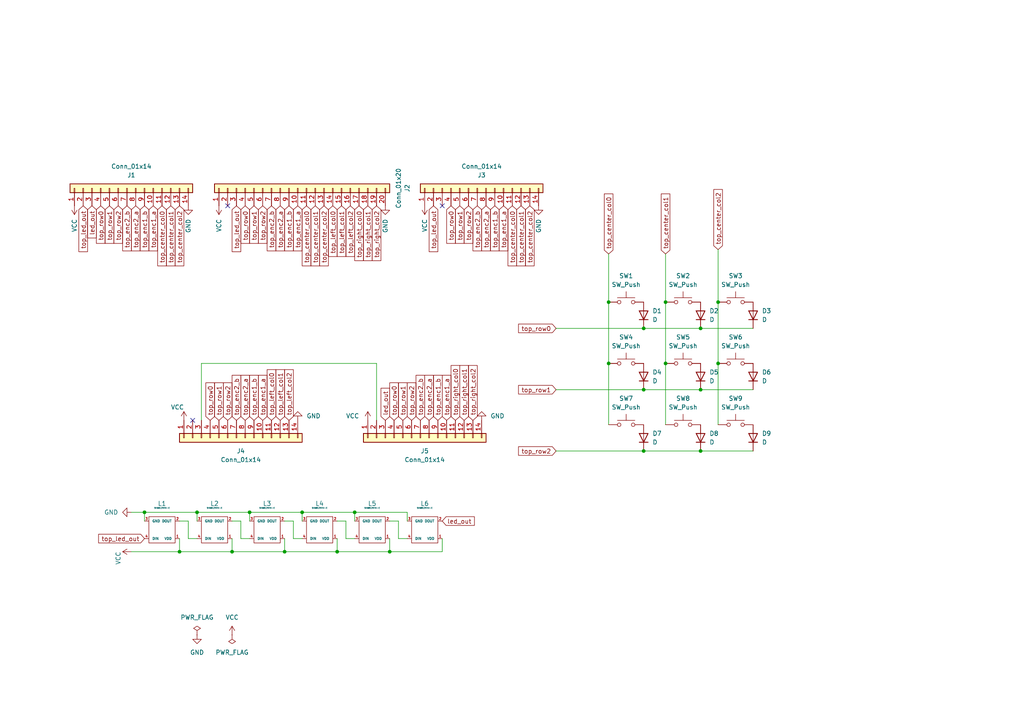
<source format=kicad_sch>
(kicad_sch (version 20211123) (generator eeschema)
  (paper "A4")
  (lib_symbols
    (symbol "Connector_Generic:Conn_01x14" (pin_names (offset 1.016) hide)
      (property "Reference" "J" (at 0 17.78 0))
      (property "Value" "Conn_01x14" (at 0 -20.32 0))
      (symbol "Conn_01x14_1_1"
        (rectangle (start -1.27 -17.653) (end 0 -17.907) (stroke (width 0.1524)))
        (rectangle (start -1.27 -15.113) (end 0 -15.367) (stroke (width 0.1524)))
        (rectangle (start -1.27 -12.573) (end 0 -12.827) (stroke (width 0.1524)))
        (rectangle (start -1.27 -10.033) (end 0 -10.287) (stroke (width 0.1524)))
        (rectangle (start -1.27 -7.493) (end 0 -7.747) (stroke (width 0.1524)))
        (rectangle (start -1.27 -4.953) (end 0 -5.207) (stroke (width 0.1524)))
        (rectangle (start -1.27 -2.413) (end 0 -2.667) (stroke (width 0.1524)))
        (rectangle (start -1.27 0.127) (end 0 -0.127) (stroke (width 0.1524)))
        (rectangle (start -1.27 2.667) (end 0 2.413) (stroke (width 0.1524)))
        (rectangle (start -1.27 5.207) (end 0 4.953) (stroke (width 0.1524)))
        (rectangle (start -1.27 7.747) (end 0 7.493) (stroke (width 0.1524)))
        (rectangle (start -1.27 10.287) (end 0 10.033) (stroke (width 0.1524)))
        (rectangle (start -1.27 12.827) (end 0 12.573) (stroke (width 0.1524)))
        (rectangle (start -1.27 15.367) (end 0 15.113) (stroke (width 0.1524)))
        (rectangle (start -1.27 16.51) (end 1.27 -19.05) (stroke (width 0.254)) (fill (type background)))
        (pin passive line (at -5.08 15.24 0) (length 3.81) (name "Pin_1") (number "1"))
        (pin passive line (at -5.08 -7.62 0) (length 3.81) (name "Pin_10") (number "10"))
        (pin passive line (at -5.08 -10.16 0) (length 3.81) (name "Pin_11") (number "11"))
        (pin passive line (at -5.08 -12.7 0) (length 3.81) (name "Pin_12") (number "12"))
        (pin passive line (at -5.08 -15.24 0) (length 3.81) (name "Pin_13") (number "13"))
        (pin passive line (at -5.08 -17.78 0) (length 3.81) (name "Pin_14") (number "14"))
        (pin passive line (at -5.08 12.7 0) (length 3.81) (name "Pin_2") (number "2"))
        (pin passive line (at -5.08 10.16 0) (length 3.81) (name "Pin_3") (number "3"))
        (pin passive line (at -5.08 7.62 0) (length 3.81) (name "Pin_4") (number "4"))
        (pin passive line (at -5.08 5.08 0) (length 3.81) (name "Pin_5") (number "5"))
        (pin passive line (at -5.08 2.54 0) (length 3.81) (name "Pin_6") (number "6"))
        (pin passive line (at -5.08 0 0) (length 3.81) (name "Pin_7") (number "7"))
        (pin passive line (at -5.08 -2.54 0) (length 3.81) (name "Pin_8") (number "8"))
        (pin passive line (at -5.08 -5.08 0) (length 3.81) (name "Pin_9") (number "9"))
      )
    )
    (symbol "Connector_Generic:Conn_01x20" (pin_names (offset 1.016) hide)
      (property "Reference" "J" (at 0 25.4 0))
      (property "Value" "Conn_01x20" (at 0 -27.94 0))
      (symbol "Conn_01x20_1_1"
        (rectangle (start -1.27 -25.273) (end 0 -25.527) (stroke (width 0.1524)))
        (rectangle (start -1.27 -22.733) (end 0 -22.987) (stroke (width 0.1524)))
        (rectangle (start -1.27 -20.193) (end 0 -20.447) (stroke (width 0.1524)))
        (rectangle (start -1.27 -17.653) (end 0 -17.907) (stroke (width 0.1524)))
        (rectangle (start -1.27 -15.113) (end 0 -15.367) (stroke (width 0.1524)))
        (rectangle (start -1.27 -12.573) (end 0 -12.827) (stroke (width 0.1524)))
        (rectangle (start -1.27 -10.033) (end 0 -10.287) (stroke (width 0.1524)))
        (rectangle (start -1.27 -7.493) (end 0 -7.747) (stroke (width 0.1524)))
        (rectangle (start -1.27 -4.953) (end 0 -5.207) (stroke (width 0.1524)))
        (rectangle (start -1.27 -2.413) (end 0 -2.667) (stroke (width 0.1524)))
        (rectangle (start -1.27 0.127) (end 0 -0.127) (stroke (width 0.1524)))
        (rectangle (start -1.27 2.667) (end 0 2.413) (stroke (width 0.1524)))
        (rectangle (start -1.27 5.207) (end 0 4.953) (stroke (width 0.1524)))
        (rectangle (start -1.27 7.747) (end 0 7.493) (stroke (width 0.1524)))
        (rectangle (start -1.27 10.287) (end 0 10.033) (stroke (width 0.1524)))
        (rectangle (start -1.27 12.827) (end 0 12.573) (stroke (width 0.1524)))
        (rectangle (start -1.27 15.367) (end 0 15.113) (stroke (width 0.1524)))
        (rectangle (start -1.27 17.907) (end 0 17.653) (stroke (width 0.1524)))
        (rectangle (start -1.27 20.447) (end 0 20.193) (stroke (width 0.1524)))
        (rectangle (start -1.27 22.987) (end 0 22.733) (stroke (width 0.1524)))
        (rectangle (start -1.27 24.13) (end 1.27 -26.67) (stroke (width 0.254)) (fill (type background)))
        (pin passive line (at -5.08 22.86 0) (length 3.81) (name "Pin_1") (number "1"))
        (pin passive line (at -5.08 0 0) (length 3.81) (name "Pin_10") (number "10"))
        (pin passive line (at -5.08 -2.54 0) (length 3.81) (name "Pin_11") (number "11"))
        (pin passive line (at -5.08 -5.08 0) (length 3.81) (name "Pin_12") (number "12"))
        (pin passive line (at -5.08 -7.62 0) (length 3.81) (name "Pin_13") (number "13"))
        (pin passive line (at -5.08 -10.16 0) (length 3.81) (name "Pin_14") (number "14"))
        (pin passive line (at -5.08 -12.7 0) (length 3.81) (name "Pin_15") (number "15"))
        (pin passive line (at -5.08 -15.24 0) (length 3.81) (name "Pin_16") (number "16"))
        (pin passive line (at -5.08 -17.78 0) (length 3.81) (name "Pin_17") (number "17"))
        (pin passive line (at -5.08 -20.32 0) (length 3.81) (name "Pin_18") (number "18"))
        (pin passive line (at -5.08 -22.86 0) (length 3.81) (name "Pin_19") (number "19"))
        (pin passive line (at -5.08 20.32 0) (length 3.81) (name "Pin_2") (number "2"))
        (pin passive line (at -5.08 -25.4 0) (length 3.81) (name "Pin_20") (number "20"))
        (pin passive line (at -5.08 17.78 0) (length 3.81) (name "Pin_3") (number "3"))
        (pin passive line (at -5.08 15.24 0) (length 3.81) (name "Pin_4") (number "4"))
        (pin passive line (at -5.08 12.7 0) (length 3.81) (name "Pin_5") (number "5"))
        (pin passive line (at -5.08 10.16 0) (length 3.81) (name "Pin_6") (number "6"))
        (pin passive line (at -5.08 7.62 0) (length 3.81) (name "Pin_7") (number "7"))
        (pin passive line (at -5.08 5.08 0) (length 3.81) (name "Pin_8") (number "8"))
        (pin passive line (at -5.08 2.54 0) (length 3.81) (name "Pin_9") (number "9"))
      )
    )
    (symbol "Device:D" (pin_numbers hide) (pin_names (offset 1.016) hide)
      (property "Reference" "D" (at 0 2.54 0))
      (property "Value" "D" (at 0 -2.54 0))
      (symbol "D_0_1"
        (polyline (pts (xy -1.27 1.27) (xy -1.27 -1.27)) (stroke (width 0.254)))
        (polyline (pts (xy 1.27 0) (xy -1.27 0)))
        (polyline (pts (xy 1.27 1.27) (xy 1.27 -1.27) (xy -1.27 0) (xy 1.27 1.27)) (stroke (width 0.254)))
      )
      (symbol "D_1_1"
        (pin passive line (at -3.81 0 0) (length 2.54) (name "K") (number "1"))
        (pin passive line (at 3.81 0 180) (length 2.54) (name "A") (number "2"))
      )
    )
    (symbol "Switch:SW_Push" (pin_numbers hide) (pin_names (offset 1.016) hide)
      (property "Reference" "SW" (at 1.27 2.54 0))
      (property "Value" "SW_Push" (at 0 -1.524 0))
      (symbol "SW_Push_0_1"
        (circle (center -2.032 0) (radius 0.508))
        (polyline (pts (xy 0 1.27) (xy 0 3.048)))
        (polyline (pts (xy 2.54 1.27) (xy -2.54 1.27)))
        (circle (center 2.032 0) (radius 0.508))
        (pin passive line (at -5.08 0 0) (length 2.54) (name "1") (number "1"))
        (pin passive line (at 5.08 0 180) (length 2.54) (name "2") (number "2"))
      )
    )
    (symbol "mikamo3:SK6812MINI-E" (pin_names (offset 1.016))
      (property "Reference" "L" (at 0 0 0))
      (property "Value" "SK6812MINI-E" (at 0 -1.27 0))
      (symbol "SK6812MINI-E_0_1"
        (rectangle (start -3.81 3.81) (end 3.81 -3.81))
      )
      (symbol "SK6812MINI-E_1_1"
        (pin power_in line (at -5.08 2.54 0) (length 1.1938) (name "VDD") (number "1"))
        (pin output line (at -5.08 -2.54 0) (length 1.1938) (name "DOUT") (number "2"))
        (pin power_in line (at 5.08 -2.54 180) (length 1.1938) (name "GND") (number "3"))
        (pin input line (at 5.08 2.54 180) (length 1.1938) (name "DIN") (number "4"))
      )
    )
    (symbol "power:GND" (power) (pin_names (offset 0))
      (property "Value" "GND" (at 0 -3.81 0))
      (symbol "GND_0_1"
        (polyline (pts (xy 0 0) (xy 0 -1.27) (xy 1.27 -1.27) (xy 0 -2.54) (xy -1.27 -1.27) (xy 0 -1.27)))
      )
      (symbol "GND_1_1"
        (pin power_in line (at 0 0 270) (length 0) hide (name "GND") (number "1"))
      )
    )
    (symbol "power:PWR_FLAG" (power) (pin_numbers hide) (pin_names (offset 0) hide)
      (property "Value" "PWR_FLAG" (at 0 3.81 0))
      (symbol "PWR_FLAG_0_0"
        (pin power_out line (at 0 0 90) (length 0) (name "pwr") (number "1"))
      )
      (symbol "PWR_FLAG_0_1"
        (polyline (pts (xy 0 0) (xy 0 1.27) (xy -1.016 1.905) (xy 0 2.54) (xy 1.016 1.905) (xy 0 1.27)))
      )
    )
    (symbol "power:VCC" (power) (pin_names (offset 0))
      (property "Value" "VCC" (at 0 3.81 0))
      (symbol "VCC_0_1"
        (polyline (pts (xy -0.762 1.27) (xy 0 2.54)))
        (polyline (pts (xy 0 0) (xy 0 2.54)))
        (polyline (pts (xy 0 2.54) (xy 0.762 1.27)))
      )
      (symbol "VCC_1_1"
        (pin power_in line (at 0 0 90) (length 0) hide (name "VCC") (number "1"))
      )
    )
  )
  (junction (at 176.53 105.41))
  (junction (at 208.28 87.63))
  (junction (at 203.2 130.81))
  (junction (at 57.15 148.59))
  (junction (at 176.53 87.63))
  (junction (at 102.87 148.59))
  (junction (at 113.03 160.02))
  (junction (at 87.63 148.59))
  (junction (at 186.69 95.25))
  (junction (at 67.31 160.02))
  (junction (at 203.2 95.25))
  (junction (at 41.91 148.59))
  (junction (at 97.79 160.02))
  (junction (at 186.69 113.03))
  (junction (at 72.39 148.59))
  (junction (at 193.04 87.63))
  (junction (at 203.2 113.03))
  (junction (at 186.69 130.81))
  (junction (at 193.04 105.41))
  (junction (at 82.55 160.02))
  (junction (at 208.28 105.41))
  (junction (at 52.07 160.02))
  (no_connect (at 66.04 59.69))
  (no_connect (at 55.88 121.92))
  (no_connect (at 128.27 59.69))
  (wire (pts (xy 203.2 113.03) (xy 218.44 113.03)))
  (wire (pts (xy 161.29 130.81) (xy 186.69 130.81)))
  (wire (pts (xy 102.87 148.59) (xy 118.11 148.59)))
  (wire (pts (xy 52.07 156.21) (xy 52.07 160.02)))
  (wire (pts (xy 72.39 148.59) (xy 87.63 148.59)))
  (wire (pts (xy 82.55 160.02) (xy 97.79 160.02)))
  (wire (pts (xy 38.1 160.02) (xy 52.07 160.02)))
  (wire (pts (xy 161.29 95.25) (xy 186.69 95.25)))
  (wire (pts (xy 203.2 130.81) (xy 218.44 130.81)))
  (wire (pts (xy 87.63 148.59) (xy 102.87 148.59)))
  (wire (pts (xy 100.33 151.13) (xy 100.33 156.21)))
  (wire (pts (xy 82.55 156.21) (xy 82.55 160.02)))
  (wire (pts (xy 85.09 151.13) (xy 85.09 156.21)))
  (wire (pts (xy 54.61 151.13) (xy 54.61 156.21)))
  (wire (pts (xy 85.09 156.21) (xy 87.63 156.21)))
  (wire (pts (xy 67.31 156.21) (xy 67.31 160.02)))
  (wire (pts (xy 67.31 160.02) (xy 82.55 160.02)))
  (wire (pts (xy 52.07 160.02) (xy 67.31 160.02)))
  (wire (pts (xy 57.15 148.59) (xy 72.39 148.59)))
  (wire (pts (xy 97.79 151.13) (xy 100.33 151.13)))
  (wire (pts (xy 41.91 148.59) (xy 57.15 148.59)))
  (wire (pts (xy 69.85 156.21) (xy 72.39 156.21)))
  (wire (pts (xy 208.28 87.63) (xy 208.28 105.41)))
  (wire (pts (xy 208.28 72.39) (xy 208.28 87.63)))
  (wire (pts (xy 69.85 151.13) (xy 69.85 156.21)))
  (wire (pts (xy 38.1 148.59) (xy 41.91 148.59)))
  (wire (pts (xy 109.22 105.41) (xy 109.22 121.92)))
  (wire (pts (xy 186.69 95.25) (xy 203.2 95.25)))
  (wire (pts (xy 97.79 160.02) (xy 113.03 160.02)))
  (wire (pts (xy 113.03 156.21) (xy 113.03 160.02)))
  (wire (pts (xy 115.57 151.13) (xy 115.57 156.21)))
  (wire (pts (xy 161.29 113.03) (xy 186.69 113.03)))
  (wire (pts (xy 58.42 105.41) (xy 58.42 121.92)))
  (wire (pts (xy 113.03 151.13) (xy 115.57 151.13)))
  (wire (pts (xy 176.53 73.66) (xy 176.53 87.63)))
  (wire (pts (xy 97.79 156.21) (xy 97.79 160.02)))
  (wire (pts (xy 113.03 160.02) (xy 128.27 160.02)))
  (wire (pts (xy 186.69 113.03) (xy 203.2 113.03)))
  (wire (pts (xy 67.31 151.13) (xy 69.85 151.13)))
  (wire (pts (xy 41.91 148.59) (xy 41.91 151.13)))
  (wire (pts (xy 109.22 105.41) (xy 58.42 105.41)))
  (wire (pts (xy 82.55 151.13) (xy 85.09 151.13)))
  (wire (pts (xy 57.15 148.59) (xy 57.15 151.13)))
  (wire (pts (xy 176.53 105.41) (xy 176.53 123.19)))
  (wire (pts (xy 176.53 87.63) (xy 176.53 105.41)))
  (wire (pts (xy 102.87 148.59) (xy 102.87 151.13)))
  (wire (pts (xy 203.2 95.25) (xy 218.44 95.25)))
  (wire (pts (xy 100.33 156.21) (xy 102.87 156.21)))
  (wire (pts (xy 87.63 148.59) (xy 87.63 151.13)))
  (wire (pts (xy 115.57 156.21) (xy 118.11 156.21)))
  (wire (pts (xy 193.04 73.66) (xy 193.04 87.63)))
  (wire (pts (xy 52.07 151.13) (xy 54.61 151.13)))
  (wire (pts (xy 186.69 130.81) (xy 203.2 130.81)))
  (wire (pts (xy 193.04 105.41) (xy 193.04 123.19)))
  (wire (pts (xy 193.04 87.63) (xy 193.04 105.41)))
  (wire (pts (xy 118.11 151.13) (xy 118.11 148.59)))
  (wire (pts (xy 208.28 105.41) (xy 208.28 123.19)))
  (wire (pts (xy 54.61 156.21) (xy 57.15 156.21)))
  (wire (pts (xy 72.39 148.59) (xy 72.39 151.13)))
  (wire (pts (xy 128.27 156.21) (xy 128.27 160.02)))
  (global_label "top_left_col0" (shape input) (at 78.74 121.92 90) (property "シート間のリファレンス" "${INTERSHEET_REFS}" (effects hide)))
  (global_label "top_row1" (shape input) (at 116.84 121.92 90) (property "シート間のリファレンス" "${INTERSHEET_REFS}" (effects hide)))
  (global_label "top_enc1_a" (shape input) (at 86.36 59.69 270) (property "シート間のリファレンス" "${INTERSHEET_REFS}" (effects hide)))
  (global_label "top_row0" (shape input) (at 29.21 59.69 270) (property "シート間のリファレンス" "${INTERSHEET_REFS}" (effects hide)))
  (global_label "top_enc1_a" (shape input) (at 146.05 59.69 270) (property "シート間のリファレンス" "${INTERSHEET_REFS}" (effects hide)))
  (global_label "top_enc2_b" (shape input) (at 121.92 121.92 90) (property "シート間のリファレンス" "${INTERSHEET_REFS}" (effects hide)))
  (global_label "top_right_col1" (shape input) (at 106.68 59.69 270) (property "シート間のリファレンス" "${INTERSHEET_REFS}" (effects hide)))
  (global_label "top_row2" (shape input) (at 161.29 130.81 180) (property "シート間のリファレンス" "${INTERSHEET_REFS}" (effects hide)))
  (global_label "top_enc1_b" (shape input) (at 41.91 59.69 270) (property "シート間のリファレンス" "${INTERSHEET_REFS}" (effects hide)))
  (global_label "led_out" (shape input) (at 26.67 59.69 270) (property "シート間のリファレンス" "${INTERSHEET_REFS}" (effects hide)))
  (global_label "top_enc1_a" (shape input) (at 129.54 121.92 90) (property "シート間のリファレンス" "${INTERSHEET_REFS}" (effects hide)))
  (global_label "top_row0" (shape input) (at 114.3 121.92 90) (property "シート間のリファレンス" "${INTERSHEET_REFS}" (effects hide)))
  (global_label "top_enc2_a" (shape input) (at 71.12 121.92 90) (property "シート間のリファレンス" "${INTERSHEET_REFS}" (effects hide)))
  (global_label "top_right_col2" (shape input) (at 137.16 121.92 90) (property "シート間のリファレンス" "${INTERSHEET_REFS}" (effects hide)))
  (global_label "top_row0" (shape input) (at 161.29 95.25 180) (property "シート間のリファレンス" "${INTERSHEET_REFS}" (effects hide)))
  (global_label "top_center_col0" (shape input) (at 148.59 59.69 270) (property "シート間のリファレンス" "${INTERSHEET_REFS}" (effects hide)))
  (global_label "top_row1" (shape input) (at 161.29 113.03 180) (property "シート間のリファレンス" "${INTERSHEET_REFS}" (effects hide)))
  (global_label "top_enc1_b" (shape input) (at 143.51 59.69 270) (property "シート間のリファレンス" "${INTERSHEET_REFS}" (effects hide)))
  (global_label "top_right_col0" (shape input) (at 104.14 59.69 270) (property "シート間のリファレンス" "${INTERSHEET_REFS}" (effects hide)))
  (global_label "top_enc1_a" (shape input) (at 44.45 59.69 270) (property "シート間のリファレンス" "${INTERSHEET_REFS}" (effects hide)))
  (global_label "top_center_col1" (shape input) (at 151.13 59.69 270) (property "シート間のリファレンス" "${INTERSHEET_REFS}" (effects hide)))
  (global_label "top_row2" (shape input) (at 135.89 59.69 270) (property "シート間のリファレンス" "${INTERSHEET_REFS}" (effects hide)))
  (global_label "top_center_col1" (shape input) (at 91.44 59.69 270) (property "シート間のリファレンス" "${INTERSHEET_REFS}" (effects hide)))
  (global_label "top_center_col2" (shape input) (at 153.67 59.69 270) (property "シート間のリファレンス" "${INTERSHEET_REFS}" (effects hide)))
  (global_label "top_row2" (shape input) (at 66.04 121.92 90) (property "シート間のリファレンス" "${INTERSHEET_REFS}" (effects hide)))
  (global_label "led_out" (shape input) (at 128.27 151.13 0) (property "シート間のリファレンス" "${INTERSHEET_REFS}" (effects hide)))
  (global_label "top_row0" (shape input) (at 60.96 121.92 90) (property "シート間のリファレンス" "${INTERSHEET_REFS}" (effects hide)))
  (global_label "top_row1" (shape input) (at 73.66 59.69 270) (property "シート間のリファレンス" "${INTERSHEET_REFS}" (effects hide)))
  (global_label "top_row0" (shape input) (at 71.12 59.69 270) (property "シート間のリファレンス" "${INTERSHEET_REFS}" (effects hide)))
  (global_label "top_left_col1" (shape input) (at 99.06 59.69 270) (property "シート間のリファレンス" "${INTERSHEET_REFS}" (effects hide)))
  (global_label "top_left_col1" (shape input) (at 81.28 121.92 90) (property "シート間のリファレンス" "${INTERSHEET_REFS}" (effects hide)))
  (global_label "top_enc1_b" (shape input) (at 83.82 59.69 270) (property "シート間のリファレンス" "${INTERSHEET_REFS}" (effects hide)))
  (global_label "top_center_col2" (shape input) (at 52.07 59.69 270) (property "シート間のリファレンス" "${INTERSHEET_REFS}" (effects hide)))
  (global_label "top_row1" (shape input) (at 63.5 121.92 90) (property "シート間のリファレンス" "${INTERSHEET_REFS}" (effects hide)))
  (global_label "top_left_col0" (shape input) (at 96.52 59.69 270) (property "シート間のリファレンス" "${INTERSHEET_REFS}" (effects hide)))
  (global_label "top_enc2_a" (shape input) (at 140.97 59.69 270) (property "シート間のリファレンス" "${INTERSHEET_REFS}" (effects hide)))
  (global_label "top_enc1_b" (shape input) (at 73.66 121.92 90) (property "シート間のリファレンス" "${INTERSHEET_REFS}" (effects hide)))
  (global_label "top_center_col1" (shape input) (at 49.53 59.69 270) (property "シート間のリファレンス" "${INTERSHEET_REFS}" (effects hide)))
  (global_label "top_right_col0" (shape input) (at 132.08 121.92 90) (property "シート間のリファレンス" "${INTERSHEET_REFS}" (effects hide)))
  (global_label "top_led_out" (shape input) (at 24.13 59.69 270) (property "シート間のリファレンス" "${INTERSHEET_REFS}" (effects hide)))
  (global_label "top_enc2_a" (shape input) (at 81.28 59.69 270) (property "シート間のリファレンス" "${INTERSHEET_REFS}" (effects hide)))
  (global_label "top_enc2_b" (shape input) (at 138.43 59.69 270) (property "シート間のリファレンス" "${INTERSHEET_REFS}" (effects hide)))
  (global_label "top_center_col2" (shape input) (at 93.98 59.69 270) (property "シート間のリファレンス" "${INTERSHEET_REFS}" (effects hide)))
  (global_label "top_center_col2" (shape input) (at 208.28 72.39 90) (property "シート間のリファレンス" "${INTERSHEET_REFS}" (effects hide)))
  (global_label "top_enc2_a" (shape input) (at 39.37 59.69 270) (property "シート間のリファレンス" "${INTERSHEET_REFS}" (effects hide)))
  (global_label "top_row1" (shape input) (at 133.35 59.69 270) (property "シート間のリファレンス" "${INTERSHEET_REFS}" (effects hide)))
  (global_label "top_enc2_b" (shape input) (at 78.74 59.69 270) (property "シート間のリファレンス" "${INTERSHEET_REFS}" (effects hide)))
  (global_label "top_enc1_a" (shape input) (at 76.2 121.92 90) (property "シート間のリファレンス" "${INTERSHEET_REFS}" (effects hide)))
  (global_label "top_right_col2" (shape input) (at 109.22 59.69 270) (property "シート間のリファレンス" "${INTERSHEET_REFS}" (effects hide)))
  (global_label "top_led_out" (shape input) (at 68.58 59.69 270) (property "シート間のリファレンス" "${INTERSHEET_REFS}" (effects hide)))
  (global_label "top_center_col0" (shape input) (at 88.9 59.69 270) (property "シート間のリファレンス" "${INTERSHEET_REFS}" (effects hide)))
  (global_label "top_led_out" (shape input) (at 41.91 156.21 180) (property "シート間のリファレンス" "${INTERSHEET_REFS}" (effects hide)))
  (global_label "top_row0" (shape input) (at 130.81 59.69 270) (property "シート間のリファレンス" "${INTERSHEET_REFS}" (effects hide)))
  (global_label "top_row2" (shape input) (at 119.38 121.92 90) (property "シート間のリファレンス" "${INTERSHEET_REFS}" (effects hide)))
  (global_label "top_enc2_b" (shape input) (at 36.83 59.69 270) (property "シート間のリファレンス" "${INTERSHEET_REFS}" (effects hide)))
  (global_label "top_enc2_b" (shape input) (at 68.58 121.92 90) (property "シート間のリファレンス" "${INTERSHEET_REFS}" (effects hide)))
  (global_label "top_center_col0" (shape input) (at 46.99 59.69 270) (property "シート間のリファレンス" "${INTERSHEET_REFS}" (effects hide)))
  (global_label "top_led_out" (shape input) (at 125.73 59.69 270) (property "シート間のリファレンス" "${INTERSHEET_REFS}" (effects hide)))
  (global_label "top_center_col0" (shape input) (at 176.53 73.66 90) (property "シート間のリファレンス" "${INTERSHEET_REFS}" (effects hide)))
  (global_label "top_row1" (shape input) (at 31.75 59.69 270) (property "シート間のリファレンス" "${INTERSHEET_REFS}" (effects hide)))
  (global_label "top_right_col1" (shape input) (at 134.62 121.92 90) (property "シート間のリファレンス" "${INTERSHEET_REFS}" (effects hide)))
  (global_label "top_left_col2" (shape input) (at 83.82 121.92 90) (property "シート間のリファレンス" "${INTERSHEET_REFS}" (effects hide)))
  (global_label "led_out" (shape input) (at 111.76 121.92 90) (property "シート間のリファレンス" "${INTERSHEET_REFS}" (effects hide)))
  (global_label "top_center_col1" (shape input) (at 193.04 73.66 90) (property "シート間のリファレンス" "${INTERSHEET_REFS}" (effects hide)))
  (global_label "top_left_col2" (shape input) (at 101.6 59.69 270) (property "シート間のリファレンス" "${INTERSHEET_REFS}" (effects hide)))
  (global_label "top_enc2_a" (shape input) (at 124.46 121.92 90) (property "シート間のリファレンス" "${INTERSHEET_REFS}" (effects hide)))
  (global_label "top_row2" (shape input) (at 34.29 59.69 270) (property "シート間のリファレンス" "${INTERSHEET_REFS}" (effects hide)))
  (global_label "top_enc1_b" (shape input) (at 127 121.92 90) (property "シート間のリファレンス" "${INTERSHEET_REFS}" (effects hide)))
  (global_label "top_row2" (shape input) (at 76.2 59.69 270) (property "シート間のリファレンス" "${INTERSHEET_REFS}" (effects hide)))
  (symbol (lib_id "power:GND") (at 57.15 184.15 0) (unit 1)
    (property "Reference" "#PWR013" (effects hide))
    (property "Value" "GND" (at 57.15 189.23 0))
  )
  (symbol (lib_id "Switch:SW_Push") (at 213.36 105.41 0) (unit 1)
    (property "Reference" "SW6" (at 213.36 97.79 0))
    (property "Value" "SW_Push" (at 213.36 100.33 0))
    (property "Footprint" "mikamo3:CherryMX_Hotswap_1u" (effects hide))
  )
  (symbol (lib_id "mikamo3:SK6812MINI-E") (at 62.23 153.67 180) (unit 1)
    (property "Reference" "L2" (at 62.23 146.05 0) (effects (font (size 1.2954 1.2954))))
    (property "Value" "SK6812MINI-E" (at 62.23 147.32 0) (effects (font (size 0.4064 0.4064))))
    (property "Footprint" "mikamo3:YS-SK6812MINI-E" (effects hide))
  )
  (symbol (lib_id "power:GND") (at 139.7 121.92 180) (unit 1)
    (property "Reference" "#PWR010" (effects hide))
    (property "Value" "GND" (at 142.24 120.6499 0) (effects (justify right)))
  )
  (symbol (lib_id "Switch:SW_Push") (at 181.61 105.41 0) (unit 1)
    (property "Reference" "SW4" (at 181.61 97.79 0))
    (property "Value" "SW_Push" (at 181.61 100.33 0))
    (property "Footprint" "mikamo3:CherryMX_Hotswap_1u" (effects hide))
  )
  (symbol (lib_id "power:VCC") (at 123.19 59.69 180) (unit 1)
    (property "Reference" "#PWR05" (effects hide))
    (property "Value" "VCC" (at 123.1899 63.5 90) (effects (justify left)))
  )
  (symbol (lib_id "power:VCC") (at 53.34 121.92 0) (unit 1)
    (property "Reference" "#PWR07" (effects hide))
    (property "Value" "VCC" (at 49.53 118.11 0) (effects (justify left)))
  )
  (symbol (lib_id "mikamo3:SK6812MINI-E") (at 107.95 153.67 180) (unit 1)
    (property "Reference" "L5" (at 107.95 146.05 0) (effects (font (size 1.2954 1.2954))))
    (property "Value" "SK6812MINI-E" (at 107.95 147.32 0) (effects (font (size 0.4064 0.4064))))
    (property "Footprint" "mikamo3:YS-SK6812MINI-E" (effects hide))
  )
  (symbol (lib_id "Switch:SW_Push") (at 198.12 87.63 0) (unit 1)
    (property "Reference" "SW2" (at 198.12 80.01 0))
    (property "Value" "SW_Push" (at 198.12 82.55 0))
    (property "Footprint" "mikamo3:CherryMX_Hotswap_1u" (effects hide))
  )
  (symbol (lib_id "Device:D") (at 186.69 127 90) (unit 1)
    (property "Reference" "D7" (at 189.23 125.7299 90) (effects (justify right)))
    (property "Value" "D" (at 189.23 128.2699 90) (effects (justify right)))
    (property "Footprint" "Diode_SMD:D_SOD-123" (effects hide))
  )
  (symbol (lib_id "Connector_Generic:Conn_01x20") (at 86.36 54.61 90) (unit 1)
    (property "Reference" "J2" (at 118.11 54.61 0))
    (property "Value" "Conn_01x20" (at 115.57 54.61 0))
    (property "Footprint" "Connector_PinSocket_2.54mm:PinSocket_2x10_P2.54mm_Horizontal" (effects hide))
  )
  (symbol (lib_id "Switch:SW_Push") (at 198.12 123.19 0) (unit 1)
    (property "Reference" "SW8" (at 198.12 115.57 0))
    (property "Value" "SW_Push" (at 198.12 118.11 0))
    (property "Footprint" "mikamo3:CherryMX_Hotswap_1u" (effects hide))
  )
  (symbol (lib_id "Device:D") (at 203.2 91.44 90) (unit 1)
    (property "Reference" "D2" (at 205.74 90.1699 90) (effects (justify right)))
    (property "Value" "D" (at 205.74 92.7099 90) (effects (justify right)))
    (property "Footprint" "Diode_SMD:D_SOD-123" (effects hide))
  )
  (symbol (lib_id "power:VCC") (at 21.59 59.69 180) (unit 1)
    (property "Reference" "#PWR01" (effects hide))
    (property "Value" "VCC" (at 21.5899 63.5 90) (effects (justify left)))
  )
  (symbol (lib_id "Device:D") (at 218.44 109.22 90) (unit 1)
    (property "Reference" "D6" (at 220.98 107.9499 90) (effects (justify right)))
    (property "Value" "D" (at 220.98 110.4899 90) (effects (justify right)))
    (property "Footprint" "Diode_SMD:D_SOD-123" (effects hide))
  )
  (symbol (lib_id "power:GND") (at 54.61 59.69 0) (unit 1)
    (property "Reference" "#PWR02" (effects hide))
    (property "Value" "GND" (at 54.6099 63.5 90) (effects (justify right)))
  )
  (symbol (lib_id "Switch:SW_Push") (at 213.36 123.19 0) (unit 1)
    (property "Reference" "SW9" (at 213.36 115.57 0))
    (property "Value" "SW_Push" (at 213.36 118.11 0))
    (property "Footprint" "mikamo3:CherryMX_Hotswap_1u" (effects hide))
  )
  (symbol (lib_id "Device:D") (at 203.2 127 90) (unit 1)
    (property "Reference" "D8" (at 205.74 125.7299 90) (effects (justify right)))
    (property "Value" "D" (at 205.74 128.2699 90) (effects (justify right)))
    (property "Footprint" "Diode_SMD:D_SOD-123" (effects hide))
  )
  (symbol (lib_id "Device:D") (at 218.44 91.44 90) (unit 1)
    (property "Reference" "D3" (at 220.98 90.1699 90) (effects (justify right)))
    (property "Value" "D" (at 220.98 92.7099 90) (effects (justify right)))
    (property "Footprint" "Diode_SMD:D_SOD-123" (effects hide))
  )
  (symbol (lib_id "power:PWR_FLAG") (at 57.15 184.15 0) (unit 1)
    (property "Reference" "#FLG01" (effects hide))
    (property "Value" "PWR_FLAG" (at 57.15 179.07 0))
  )
  (symbol (lib_id "mikamo3:SK6812MINI-E") (at 46.99 153.67 180) (unit 1)
    (property "Reference" "L1" (at 46.99 146.05 0) (effects (font (size 1.2954 1.2954))))
    (property "Value" "SK6812MINI-E" (at 46.99 147.32 0) (effects (font (size 0.4064 0.4064))))
    (property "Footprint" "mikamo3:YS-SK6812MINI-E" (effects hide))
  )
  (symbol (lib_id "Device:D") (at 186.69 109.22 90) (unit 1)
    (property "Reference" "D4" (at 189.23 107.9499 90) (effects (justify right)))
    (property "Value" "D" (at 189.23 110.4899 90) (effects (justify right)))
    (property "Footprint" "Diode_SMD:D_SOD-123" (effects hide))
  )
  (symbol (lib_id "Device:D") (at 218.44 127 90) (unit 1)
    (property "Reference" "D9" (at 220.98 125.7299 90) (effects (justify right)))
    (property "Value" "D" (at 220.98 128.2699 90) (effects (justify right)))
    (property "Footprint" "Diode_SMD:D_SOD-123" (effects hide))
  )
  (symbol (lib_id "Switch:SW_Push") (at 198.12 105.41 0) (unit 1)
    (property "Reference" "SW5" (at 198.12 97.79 0))
    (property "Value" "SW_Push" (at 198.12 100.33 0))
    (property "Footprint" "mikamo3:CherryMX_Hotswap_1u" (effects hide))
  )
  (symbol (lib_id "power:PWR_FLAG") (at 67.31 184.15 180) (unit 1)
    (property "Reference" "#FLG02" (effects hide))
    (property "Value" "PWR_FLAG" (at 67.31 189.23 0))
  )
  (symbol (lib_id "Device:D") (at 186.69 91.44 90) (unit 1)
    (property "Reference" "D1" (at 189.23 90.1699 90) (effects (justify right)))
    (property "Value" "D" (at 189.23 92.7099 90) (effects (justify right)))
    (property "Footprint" "Diode_SMD:D_SOD-123" (effects hide))
  )
  (symbol (lib_id "power:VCC") (at 38.1 160.02 90) (unit 1)
    (property "Reference" "#PWR012" (effects hide))
    (property "Value" "VCC" (at 34.29 163.83 0) (effects (justify left)))
  )
  (symbol (lib_id "power:GND") (at 38.1 148.59 270) (unit 1)
    (property "Reference" "#PWR011" (effects hide))
    (property "Value" "GND" (at 34.29 148.5899 90) (effects (justify right)))
  )
  (symbol (lib_id "mikamo3:SK6812MINI-E") (at 92.71 153.67 180) (unit 1)
    (property "Reference" "L4" (at 92.71 146.05 0) (effects (font (size 1.2954 1.2954))))
    (property "Value" "SK6812MINI-E" (at 92.71 147.32 0) (effects (font (size 0.4064 0.4064))))
    (property "Footprint" "mikamo3:YS-SK6812MINI-E" (effects hide))
  )
  (symbol (lib_id "power:VCC") (at 106.68 121.92 0) (unit 1)
    (property "Reference" "#PWR09" (effects hide))
    (property "Value" "VCC" (at 100.33 120.65 0) (effects (justify left)))
  )
  (symbol (lib_id "power:GND") (at 156.21 59.69 0) (unit 1)
    (property "Reference" "#PWR06" (effects hide))
    (property "Value" "GND" (at 156.2099 63.5 90) (effects (justify right)))
  )
  (symbol (lib_id "power:VCC") (at 67.31 184.15 0) (unit 1)
    (property "Reference" "#PWR014" (effects hide))
    (property "Value" "VCC" (at 67.31 179.07 0))
  )
  (symbol (lib_id "Switch:SW_Push") (at 181.61 87.63 0) (unit 1)
    (property "Reference" "SW1" (at 181.61 80.01 0))
    (property "Value" "SW_Push" (at 181.61 82.55 0))
    (property "Footprint" "mikamo3:CherryMX_Hotswap_1u" (effects hide))
  )
  (symbol (lib_id "power:GND") (at 111.76 59.69 0) (unit 1)
    (property "Reference" "#PWR04" (effects hide))
    (property "Value" "GND" (at 111.7599 63.5 90) (effects (justify right)))
  )
  (symbol (lib_id "Switch:SW_Push") (at 213.36 87.63 0) (unit 1)
    (property "Reference" "SW3" (at 213.36 80.01 0))
    (property "Value" "SW_Push" (at 213.36 82.55 0))
    (property "Footprint" "mikamo3:CherryMX_Hotswap_1u" (effects hide))
  )
  (symbol (lib_id "power:VCC") (at 63.5 59.69 180) (unit 1)
    (property "Reference" "#PWR03" (effects hide))
    (property "Value" "VCC" (at 63.4999 63.5 90) (effects (justify left)))
  )
  (symbol (lib_id "Connector_Generic:Conn_01x14") (at 36.83 54.61 90) (unit 1)
    (property "Reference" "J1" (at 38.1 50.8 90))
    (property "Value" "Conn_01x14" (at 38.1 48.26 90))
    (property "Footprint" "Connector_PinSocket_2.54mm:PinSocket_2x07_P2.54mm_Horizontal" (effects hide))
  )
  (symbol (lib_id "mikamo3:SK6812MINI-E") (at 77.47 153.67 180) (unit 1)
    (property "Reference" "L3" (at 77.47 146.05 0) (effects (font (size 1.2954 1.2954))))
    (property "Value" "SK6812MINI-E" (at 77.47 147.32 0) (effects (font (size 0.4064 0.4064))))
    (property "Footprint" "mikamo3:YS-SK6812MINI-E" (effects hide))
  )
  (symbol (lib_id "mikamo3:SK6812MINI-E") (at 123.19 153.67 180) (unit 1)
    (property "Reference" "L6" (at 123.19 146.05 0) (effects (font (size 1.2954 1.2954))))
    (property "Value" "SK6812MINI-E" (at 123.19 147.32 0) (effects (font (size 0.4064 0.4064))))
    (property "Footprint" "mikamo3:YS-SK6812MINI-E" (effects hide))
  )
  (symbol (lib_id "Connector_Generic:Conn_01x14") (at 138.43 54.61 90) (unit 1)
    (property "Reference" "J3" (at 139.7 50.8 90))
    (property "Value" "Conn_01x14" (at 139.7 48.26 90))
    (property "Footprint" "Connector_PinSocket_2.54mm:PinSocket_2x07_P2.54mm_Horizontal" (effects hide))
  )
  (symbol (lib_id "Connector_Generic:Conn_01x14") (at 121.92 127 90) (mirror x) (unit 1)
    (property "Reference" "J5" (at 123.19 130.81 90))
    (property "Value" "Conn_01x14" (at 123.19 133.35 90))
    (property "Footprint" "Connector_PinHeader_2.54mm:PinHeader_2x07_P2.54mm_Horizontal" (effects hide))
  )
  (symbol (lib_id "Device:D") (at 203.2 109.22 90) (unit 1)
    (property "Reference" "D5" (at 205.74 107.9499 90) (effects (justify right)))
    (property "Value" "D" (at 205.74 110.4899 90) (effects (justify right)))
    (property "Footprint" "Diode_SMD:D_SOD-123" (effects hide))
  )
  (symbol (lib_id "power:GND") (at 86.36 121.92 180) (unit 1)
    (property "Reference" "#PWR08" (effects hide))
    (property "Value" "GND" (at 88.9 120.6499 0) (effects (justify right)))
  )
  (symbol (lib_id "Connector_Generic:Conn_01x14") (at 68.58 127 90) (mirror x) (unit 1)
    (property "Reference" "J4" (at 69.85 130.81 90))
    (property "Value" "Conn_01x14" (at 69.85 133.35 90))
    (property "Footprint" "Connector_PinHeader_2.54mm:PinHeader_2x07_P2.54mm_Horizontal" (effects hide))
  )
  (symbol (lib_id "Switch:SW_Push") (at 181.61 123.19 0) (unit 1)
    (property "Reference" "SW7" (at 181.61 115.57 0))
    (property "Value" "SW_Push" (at 181.61 118.11 0))
    (property "Footprint" "mikamo3:CherryMX_Hotswap_1u" (effects hide))
  )
)
</source>
